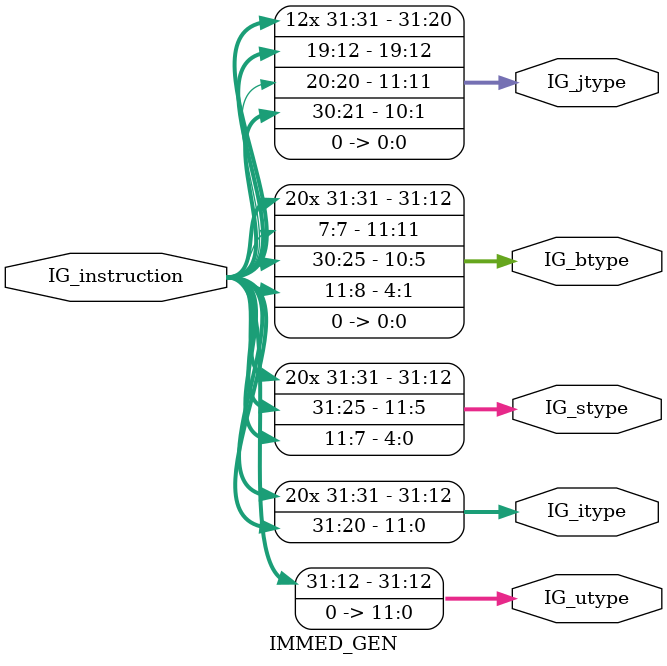
<source format=sv>
`timescale 1ns / 1ps


module IMMED_GEN(
    input logic [31:0] IG_instruction,
    output logic [31:0] IG_utype,
    output logic [31:0] IG_itype,
    output logic [31:0] IG_stype,
    output logic [31:0] IG_btype,
    output logic [31:0] IG_jtype
    );
    
    assign IG_utype = {IG_instruction[31:12], {12'b0}};
    assign IG_itype = {{21{IG_instruction[31]}}, IG_instruction[30:20]};
    assign IG_stype = {{21{IG_instruction[31]}}, IG_instruction[30:25], IG_instruction[11:7]};
    assign IG_btype = {{20{IG_instruction[31]}}, IG_instruction[7], IG_instruction[30:25], IG_instruction[11:8], 1'b0};
    assign IG_jtype = {{12{IG_instruction[31]}}, IG_instruction[19:12], IG_instruction[20], IG_instruction[30:21], 1'b0};

endmodule


</source>
